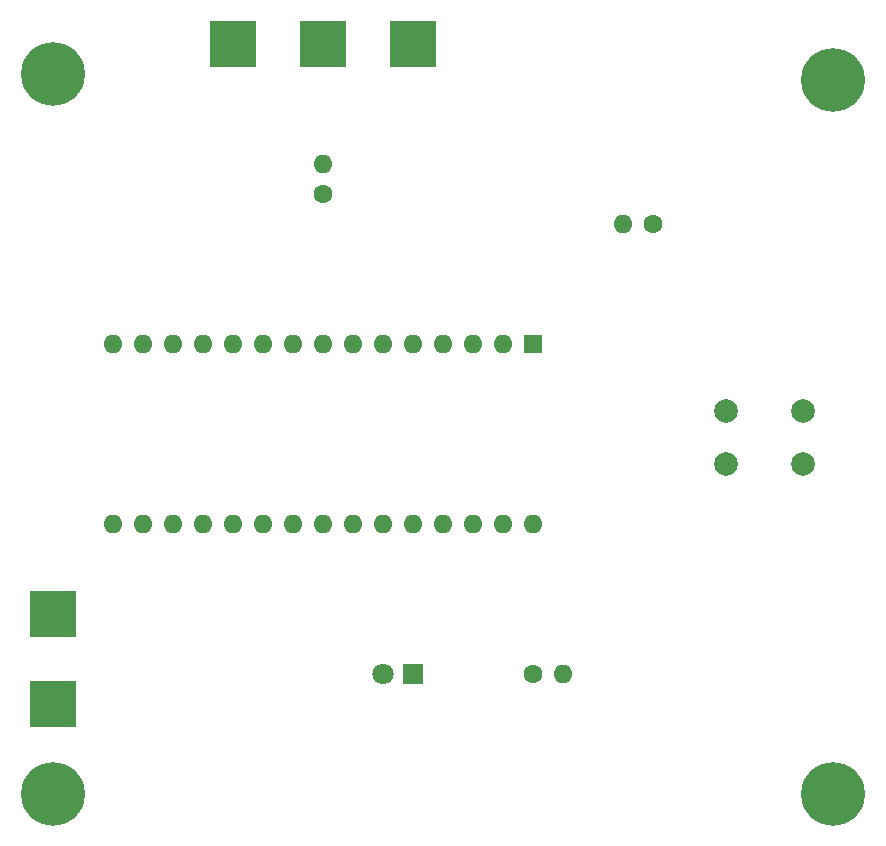
<source format=gbr>
%TF.GenerationSoftware,KiCad,Pcbnew,(6.0.4)*%
%TF.CreationDate,2025-03-27T00:11:59-07:00*%
%TF.ProjectId,led-goals,6c65642d-676f-4616-9c73-2e6b69636164,rev?*%
%TF.SameCoordinates,Original*%
%TF.FileFunction,Soldermask,Top*%
%TF.FilePolarity,Negative*%
%FSLAX46Y46*%
G04 Gerber Fmt 4.6, Leading zero omitted, Abs format (unit mm)*
G04 Created by KiCad (PCBNEW (6.0.4)) date 2025-03-27 00:11:59*
%MOMM*%
%LPD*%
G01*
G04 APERTURE LIST*
%ADD10C,0.800000*%
%ADD11C,5.400000*%
%ADD12C,2.000000*%
%ADD13C,1.600000*%
%ADD14O,1.600000X1.600000*%
%ADD15R,4.000000X4.000000*%
%ADD16R,1.600000X1.600000*%
%ADD17R,1.800000X1.800000*%
%ADD18C,1.800000*%
G04 APERTURE END LIST*
D10*
%TO.C,H4*%
X60445000Y-111760000D03*
X58420000Y-113785000D03*
X59851891Y-113191891D03*
D11*
X58420000Y-111760000D03*
D10*
X58420000Y-109735000D03*
X56988109Y-113191891D03*
X59851891Y-110328109D03*
X56395000Y-111760000D03*
X56988109Y-110328109D03*
%TD*%
%TO.C,H3*%
X126485000Y-51315000D03*
X124460000Y-53340000D03*
X125891891Y-52746891D03*
D11*
X124460000Y-51315000D03*
D10*
X124460000Y-49290000D03*
X123028109Y-52746891D03*
X125891891Y-49883109D03*
X122435000Y-51315000D03*
X123028109Y-49883109D03*
%TD*%
%TO.C,H2*%
X60445000Y-50800000D03*
X58420000Y-52825000D03*
X59851891Y-52231891D03*
D11*
X58420000Y-50800000D03*
D10*
X58420000Y-48775000D03*
X56988109Y-52231891D03*
X59851891Y-49368109D03*
X56395000Y-50800000D03*
X56988109Y-49368109D03*
%TD*%
%TO.C,H1*%
X126485000Y-111760000D03*
X124460000Y-113785000D03*
X125891891Y-113191891D03*
D11*
X124460000Y-111760000D03*
D10*
X124460000Y-109735000D03*
X123028109Y-113191891D03*
X125891891Y-110328109D03*
X122435000Y-111760000D03*
X123028109Y-110328109D03*
%TD*%
D12*
%TO.C,SW1*%
X115420000Y-83820000D03*
X121920000Y-83820000D03*
X121920000Y-79320000D03*
X115420000Y-79320000D03*
%TD*%
D13*
%TO.C,R1*%
X81280000Y-60960000D03*
D14*
X81280000Y-58420000D03*
%TD*%
D15*
%TO.C,J4*%
X81280000Y-48260000D03*
%TD*%
D13*
%TO.C,R3*%
X109220000Y-63500000D03*
D14*
X106680000Y-63500000D03*
%TD*%
D15*
%TO.C,J1*%
X58420000Y-96520000D03*
%TD*%
D16*
%TO.C,A1*%
X99060000Y-73660000D03*
D14*
X96520000Y-73660000D03*
X93980000Y-73660000D03*
X91440000Y-73660000D03*
X88900000Y-73660000D03*
X86360000Y-73660000D03*
X83820000Y-73660000D03*
X81280000Y-73660000D03*
X78740000Y-73660000D03*
X76200000Y-73660000D03*
X73660000Y-73660000D03*
X71120000Y-73660000D03*
X68580000Y-73660000D03*
X66040000Y-73660000D03*
X63500000Y-73660000D03*
X63500000Y-88900000D03*
X66040000Y-88900000D03*
X68580000Y-88900000D03*
X71120000Y-88900000D03*
X73660000Y-88900000D03*
X76200000Y-88900000D03*
X78740000Y-88900000D03*
X81280000Y-88900000D03*
X83820000Y-88900000D03*
X86360000Y-88900000D03*
X88900000Y-88900000D03*
X91440000Y-88900000D03*
X93980000Y-88900000D03*
X96520000Y-88900000D03*
X99060000Y-88900000D03*
%TD*%
D15*
%TO.C,J3*%
X88900000Y-48260000D03*
%TD*%
D17*
%TO.C,D1*%
X88900000Y-101600000D03*
D18*
X86360000Y-101600000D03*
%TD*%
D15*
%TO.C,J5*%
X73660000Y-48260000D03*
%TD*%
%TO.C,J2*%
X58420000Y-104140000D03*
%TD*%
D13*
%TO.C,R2*%
X99060000Y-101600000D03*
D14*
X101600000Y-101600000D03*
%TD*%
M02*

</source>
